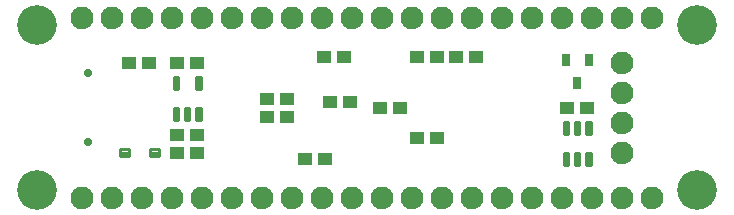
<source format=gbr>
G04 EAGLE Gerber RS-274X export*
G75*
%MOMM*%
%FSLAX34Y34*%
%LPD*%
%INSoldermask Bottom*%
%IPPOS*%
%AMOC8*
5,1,8,0,0,1.08239X$1,22.5*%
G01*
%ADD10C,0.700800*%
%ADD11R,1.150800X1.050800*%
%ADD12R,0.685800X1.066800*%
%ADD13C,1.930400*%
%ADD14C,0.289272*%
%ADD15C,0.414550*%
%ADD16C,3.352800*%


D10*
X-236700Y28900D03*
X-236700Y-28900D03*
D11*
X-160900Y38100D03*
X-143900Y38100D03*
D12*
X177800Y20480D03*
X187300Y40480D03*
X168300Y40480D03*
D11*
X27550Y0D03*
X10550Y0D03*
D13*
X241300Y-76200D03*
X215900Y-76200D03*
X190500Y-76200D03*
X165100Y-76200D03*
X139700Y-76200D03*
X114300Y-76200D03*
X88900Y-76200D03*
X63500Y-76200D03*
X38100Y-76200D03*
X12700Y-76200D03*
X-12700Y-76200D03*
X-38100Y-76200D03*
X-63500Y-76200D03*
X-88900Y-76200D03*
X-114300Y-76200D03*
X-139700Y-76200D03*
X-165100Y-76200D03*
X-190500Y-76200D03*
X-215900Y-76200D03*
X-241300Y-76200D03*
X241300Y76200D03*
X215900Y76200D03*
X190500Y76200D03*
X165100Y76200D03*
X139700Y76200D03*
X114300Y76200D03*
X88900Y76200D03*
X63500Y76200D03*
X38100Y76200D03*
X12700Y76200D03*
X-12700Y76200D03*
X-38100Y76200D03*
X-63500Y76200D03*
X-88900Y76200D03*
X-114300Y76200D03*
X-139700Y76200D03*
X-165100Y76200D03*
X-190500Y76200D03*
X-215900Y76200D03*
X-241300Y76200D03*
X215900Y-38100D03*
X215900Y-12700D03*
X215900Y12700D03*
X215900Y38100D03*
D11*
X-67700Y-7620D03*
X-84700Y-7620D03*
X-67700Y7620D03*
X-84700Y7620D03*
X-160900Y-22860D03*
X-143900Y-22860D03*
X59300Y43180D03*
X42300Y43180D03*
X-14360Y5080D03*
X-31360Y5080D03*
X-52950Y-43180D03*
X-35950Y-43180D03*
X42300Y-25400D03*
X59300Y-25400D03*
X-160900Y-38100D03*
X-143900Y-38100D03*
D14*
X-176532Y-35292D02*
X-184148Y-35292D01*
X-176532Y-35292D02*
X-176532Y-40908D01*
X-184148Y-40908D01*
X-184148Y-35292D01*
X-184148Y-38160D02*
X-176532Y-38160D01*
X-176532Y-35412D02*
X-184148Y-35412D01*
X-201932Y-35292D02*
X-209548Y-35292D01*
X-201932Y-35292D02*
X-201932Y-40908D01*
X-209548Y-40908D01*
X-209548Y-35292D01*
X-209548Y-38160D02*
X-201932Y-38160D01*
X-201932Y-35412D02*
X-209548Y-35412D01*
D15*
X-143831Y-1200D02*
X-141969Y-1200D01*
X-141969Y-9562D01*
X-143831Y-9562D01*
X-143831Y-1200D01*
X-143831Y-5623D02*
X-141969Y-5623D01*
X-141969Y-1684D02*
X-143831Y-1684D01*
X-151469Y-1200D02*
X-153331Y-1200D01*
X-151469Y-1200D02*
X-151469Y-9562D01*
X-153331Y-9562D01*
X-153331Y-1200D01*
X-153331Y-5623D02*
X-151469Y-5623D01*
X-151469Y-1684D02*
X-153331Y-1684D01*
X-160969Y-1200D02*
X-162831Y-1200D01*
X-160969Y-1200D02*
X-160969Y-9562D01*
X-162831Y-9562D01*
X-162831Y-1200D01*
X-162831Y-5623D02*
X-160969Y-5623D01*
X-160969Y-1684D02*
X-162831Y-1684D01*
X-162831Y24802D02*
X-160969Y24802D01*
X-160969Y16440D01*
X-162831Y16440D01*
X-162831Y24802D01*
X-162831Y20379D02*
X-160969Y20379D01*
X-160969Y24318D02*
X-162831Y24318D01*
X-143831Y24802D02*
X-141969Y24802D01*
X-141969Y16440D01*
X-143831Y16440D01*
X-143831Y24802D01*
X-143831Y20379D02*
X-141969Y20379D01*
X-141969Y24318D02*
X-143831Y24318D01*
D11*
X-184540Y38100D03*
X-201540Y38100D03*
X-19440Y43180D03*
X-36440Y43180D03*
X75320Y43180D03*
X92320Y43180D03*
D15*
X167369Y-21660D02*
X169231Y-21660D01*
X167369Y-21660D02*
X167369Y-13298D01*
X169231Y-13298D01*
X169231Y-21660D01*
X169231Y-17721D02*
X167369Y-17721D01*
X167369Y-13782D02*
X169231Y-13782D01*
X176869Y-21660D02*
X178731Y-21660D01*
X176869Y-21660D02*
X176869Y-13298D01*
X178731Y-13298D01*
X178731Y-21660D01*
X178731Y-17721D02*
X176869Y-17721D01*
X176869Y-13782D02*
X178731Y-13782D01*
X186369Y-21660D02*
X188231Y-21660D01*
X186369Y-21660D02*
X186369Y-13298D01*
X188231Y-13298D01*
X188231Y-21660D01*
X188231Y-17721D02*
X186369Y-17721D01*
X186369Y-13782D02*
X188231Y-13782D01*
X188231Y-47662D02*
X186369Y-47662D01*
X186369Y-39300D01*
X188231Y-39300D01*
X188231Y-47662D01*
X188231Y-43723D02*
X186369Y-43723D01*
X186369Y-39784D02*
X188231Y-39784D01*
X169231Y-47662D02*
X167369Y-47662D01*
X167369Y-39300D01*
X169231Y-39300D01*
X169231Y-47662D01*
X169231Y-43723D02*
X167369Y-43723D01*
X167369Y-39784D02*
X169231Y-39784D01*
X176869Y-39300D02*
X178731Y-39300D01*
X178731Y-47662D01*
X176869Y-47662D01*
X176869Y-39300D01*
X176869Y-43723D02*
X178731Y-43723D01*
X178731Y-39784D02*
X176869Y-39784D01*
D11*
X169300Y0D03*
X186300Y0D03*
D16*
X-279400Y69850D03*
X-279400Y-69850D03*
X279400Y-69850D03*
X279400Y69850D03*
M02*

</source>
